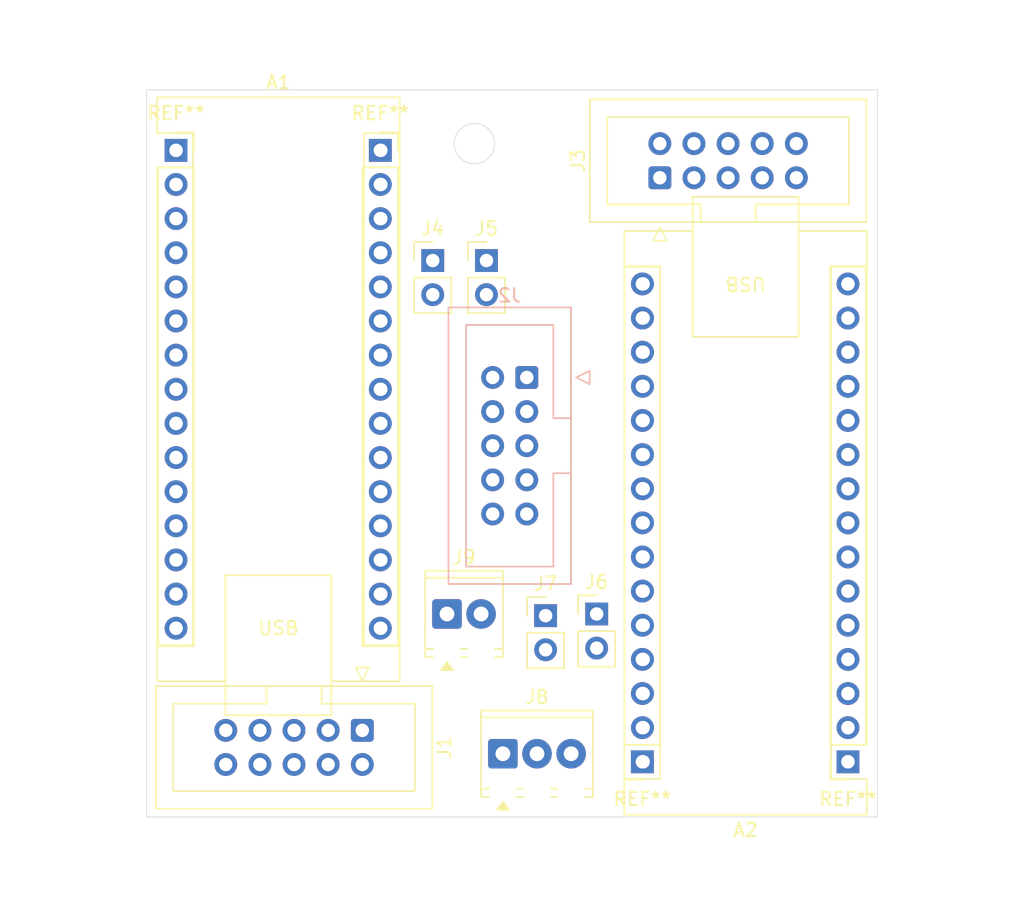
<source format=kicad_pcb>
(kicad_pcb (version 20241229) (generator "pcbnew") (generator_version "9.0")
  (layers (0 "F.Cu" signal) (2 "B.Cu" signal) (13 "F.Paste" user) (15 "B.Paste" user) (5 "F.SilkS" user "F.Silkscreen") (7 "B.SilkS" user "B.Silkscreen") (1 "F.Mask" user) (3 "B.Mask" user) (25 "Edge.Cuts" user))
  (net 0 "")
  (footprint "Module:Arduino_Nano" (layer "F.Cu") (at 202.2 24.5)
    (property "Reference" "A1" (at 7.62 -5.08 0) (layer "F.SilkS"))
    (property "Value" "Arduino_Nano_v3.x")
    (fp_line (start -1.4 -3.94) (end -1.4 -1.27) (stroke (width 0.12)) (layer "F.SilkS"))
    (fp_line (start -1.4 1.27) (end -1.4 39.5) (stroke (width 0.12)) (layer "F.SilkS"))
    (fp_line (start -1.4 39.5) (end 3.68 39.5) (stroke (width 0.12)) (layer "F.SilkS"))
    (fp_line (start 1.27 -1.27) (end -1.4 -1.27) (stroke (width 0.12)) (layer "F.SilkS"))
    (fp_line (start 1.27 1.27) (end -1.4 1.27) (stroke (width 0.12)) (layer "F.SilkS"))
    (fp_line (start 1.27 1.27) (end 1.27 -1.27) (stroke (width 0.12)) (layer "F.SilkS"))
    (fp_line (start 1.27 1.27) (end 1.27 36.83) (stroke (width 0.12)) (layer "F.SilkS"))
    (fp_line (start 1.27 36.83) (end -1.4 36.83) (stroke (width 0.12)) (layer "F.SilkS"))
    (fp_line (start 3.68 31.62) (end 11.56 31.62) (stroke (width 0.12)) (layer "F.SilkS"))
    (fp_line (start 3.68 42.04) (end 3.68 31.62) (stroke (width 0.12)) (layer "F.SilkS"))
    (fp_line (start 11.56 31.62) (end 11.56 42.04) (stroke (width 0.12)) (layer "F.SilkS"))
    (fp_line (start 11.56 42.04) (end 3.68 42.04) (stroke (width 0.12)) (layer "F.SilkS"))
    (fp_line (start 13.97 -1.27) (end 13.97 36.83) (stroke (width 0.12)) (layer "F.SilkS"))
    (fp_line (start 13.97 -1.27) (end 16.64 -1.27) (stroke (width 0.12)) (layer "F.SilkS"))
    (fp_line (start 13.97 36.83) (end 16.64 36.83) (stroke (width 0.12)) (layer "F.SilkS"))
    (fp_line (start 16.64 -3.94) (end -1.4 -3.94) (stroke (width 0.12)) (layer "F.SilkS"))
    (fp_line (start 16.64 39.5) (end 11.56 39.5) (stroke (width 0.12)) (layer "F.SilkS"))
    (fp_line (start 16.64 39.5) (end 16.64 -3.94) (stroke (width 0.12)) (layer "F.SilkS"))
    (fp_text user "USB" (at 7.62 35.56 0) (layer "F.SilkS"))
    (pad "1" thru_hole rect (at 0 0) (size 1.6 1.6) (drill 1) (layers "*.Cu" "*.Mask"))
    (pad "2" thru_hole oval (at 0 2.54) (size 1.6 1.6) (drill 1) (layers "*.Cu" "*.Mask"))
    (pad "3" thru_hole oval (at 0 5.08) (size 1.6 1.6) (drill 1) (layers "*.Cu" "*.Mask"))
    (pad "4" thru_hole oval (at 0 7.62) (size 1.6 1.6) (drill 1) (layers "*.Cu" "*.Mask"))
    (pad "5" thru_hole oval (at 0 10.16) (size 1.6 1.6) (drill 1) (layers "*.Cu" "*.Mask"))
    (pad "6" thru_hole oval (at 0 12.7) (size 1.6 1.6) (drill 1) (layers "*.Cu" "*.Mask"))
    (pad "7" thru_hole oval (at 0 15.24) (size 1.6 1.6) (drill 1) (layers "*.Cu" "*.Mask"))
    (pad "8" thru_hole oval (at 0 17.78) (size 1.6 1.6) (drill 1) (layers "*.Cu" "*.Mask"))
    (pad "9" thru_hole oval (at 0 20.32) (size 1.6 1.6) (drill 1) (layers "*.Cu" "*.Mask"))
    (pad "10" thru_hole oval (at 0 22.86) (size 1.6 1.6) (drill 1) (layers "*.Cu" "*.Mask"))
    (pad "11" thru_hole oval (at 0 25.4) (size 1.6 1.6) (drill 1) (layers "*.Cu" "*.Mask"))
    (pad "12" thru_hole oval (at 0 27.94) (size 1.6 1.6) (drill 1) (layers "*.Cu" "*.Mask"))
    (pad "13" thru_hole oval (at 0 30.48) (size 1.6 1.6) (drill 1) (layers "*.Cu" "*.Mask"))
    (pad "14" thru_hole oval (at 0 33.02) (size 1.6 1.6) (drill 1) (layers "*.Cu" "*.Mask"))
    (pad "15" thru_hole oval (at 0 35.56) (size 1.6 1.6) (drill 1) (layers "*.Cu" "*.Mask"))
    (pad "16" thru_hole oval (at 15.24 35.56) (size 1.6 1.6) (drill 1) (layers "*.Cu" "*.Mask"))
    (pad "17" thru_hole oval (at 15.24 33.02) (size 1.6 1.6) (drill 1) (layers "*.Cu" "*.Mask"))
    (pad "18" thru_hole oval (at 15.24 30.48) (size 1.6 1.6) (drill 1) (layers "*.Cu" "*.Mask"))
    (pad "19" thru_hole oval (at 15.24 27.94) (size 1.6 1.6) (drill 1) (layers "*.Cu" "*.Mask"))
    (pad "20" thru_hole oval (at 15.24 25.4) (size 1.6 1.6) (drill 1) (layers "*.Cu" "*.Mask"))
    (pad "21" thru_hole oval (at 15.24 22.86) (size 1.6 1.6) (drill 1) (layers "*.Cu" "*.Mask"))
    (pad "22" thru_hole oval (at 15.24 20.32) (size 1.6 1.6) (drill 1) (layers "*.Cu" "*.Mask"))
    (pad "23" thru_hole oval (at 15.24 17.78) (size 1.6 1.6) (drill 1) (layers "*.Cu" "*.Mask"))
    (pad "24" thru_hole oval (at 15.24 15.24) (size 1.6 1.6) (drill 1) (layers "*.Cu" "*.Mask"))
    (pad "25" thru_hole oval (at 15.24 12.7) (size 1.6 1.6) (drill 1) (layers "*.Cu" "*.Mask"))
    (pad "26" thru_hole oval (at 15.24 10.16) (size 1.6 1.6) (drill 1) (layers "*.Cu" "*.Mask"))
    (pad "27" thru_hole oval (at 15.24 7.62) (size 1.6 1.6) (drill 1) (layers "*.Cu" "*.Mask"))
    (pad "28" thru_hole oval (at 15.24 5.08) (size 1.6 1.6) (drill 1) (layers "*.Cu" "*.Mask"))
    (pad "29" thru_hole oval (at 15.24 2.54) (size 1.6 1.6) (drill 1) (layers "*.Cu" "*.Mask"))
    (pad "30" thru_hole oval (at 15.24 0) (size 1.6 1.6) (drill 1) (layers "*.Cu" "*.Mask"))
  )
  (footprint "Connector_PinHeader_2.54mm:PinHeader_1x02_P2.54mm_Vertical" (layer "F.Cu") (at 225.3 32.7)
    (property "Reference" "J5" (at 0 -2.38 0) (layer "F.SilkS"))
    (property "Value" "Conn_01x02_Pin")
    (fp_line (start -1.38 -1.38) (end 0 -1.38) (stroke (width 0.12)) (layer "F.SilkS"))
    (fp_line (start -1.38 0) (end -1.38 -1.38) (stroke (width 0.12)) (layer "F.SilkS"))
    (fp_line (start -1.38 1.27) (end -1.38 3.92) (stroke (width 0.12)) (layer "F.SilkS"))
    (fp_line (start -1.38 1.27) (end 1.38 1.27) (stroke (width 0.12)) (layer "F.SilkS"))
    (fp_line (start -1.38 3.92) (end 1.38 3.92) (stroke (width 0.12)) (layer "F.SilkS"))
    (fp_line (start 1.38 1.27) (end 1.38 3.92) (stroke (width 0.12)) (layer "F.SilkS"))
    (pad "1" thru_hole rect (at 0 0) (size 1.7 1.7) (drill 1) (layers "*.Cu" "*.Mask"))
    (pad "2" thru_hole circle (at 0 2.54) (size 1.7 1.7) (drill 1) (layers "*.Cu" "*.Mask"))
  )
  (footprint "Connector_PinSocket_2.54mm:PinSocket_1x15_P2.54mm_Vertical" (layer "F.Cu") (at 252.2 70 180)
    (property "Reference" "REF**" (at 0 -2.77 0) (layer "F.SilkS"))
    (property "Value" "PinSocket_1x15_P2.54mm_Vertical")
    (fp_line (start 1.33 1.27) (end 1.33 36.89) (stroke (width 0.12)) (layer "F.SilkS"))
    (fp_line (start 1.33 -1.33) (end 1.33 0) (stroke (width 0.12)) (layer "F.SilkS"))
    (fp_line (start 0 -1.33) (end 1.33 -1.33) (stroke (width 0.12)) (layer "F.SilkS"))
    (fp_line (start -1.33 36.89) (end 1.33 36.89) (stroke (width 0.12)) (layer "F.SilkS"))
    (fp_line (start -1.33 1.27) (end 1.33 1.27) (stroke (width 0.12)) (layer "F.SilkS"))
    (fp_line (start -1.33 1.27) (end -1.33 36.89) (stroke (width 0.12)) (layer "F.SilkS"))
    (pad "1" thru_hole rect (at 0 0 180) (size 1.7 1.7) (drill 1) (layers "*.Cu" "*.Mask"))
    (pad "2" thru_hole circle (at 0 2.54 180) (size 1.7 1.7) (drill 1) (layers "*.Cu" "*.Mask"))
    (pad "3" thru_hole circle (at 0 5.08 180) (size 1.7 1.7) (drill 1) (layers "*.Cu" "*.Mask"))
    (pad "4" thru_hole circle (at 0 7.62 180) (size 1.7 1.7) (drill 1) (layers "*.Cu" "*.Mask"))
    (pad "5" thru_hole circle (at 0 10.16 180) (size 1.7 1.7) (drill 1) (layers "*.Cu" "*.Mask"))
    (pad "6" thru_hole circle (at 0 12.7 180) (size 1.7 1.7) (drill 1) (layers "*.Cu" "*.Mask"))
    (pad "7" thru_hole circle (at 0 15.24 180) (size 1.7 1.7) (drill 1) (layers "*.Cu" "*.Mask"))
    (pad "8" thru_hole circle (at 0 17.78 180) (size 1.7 1.7) (drill 1) (layers "*.Cu" "*.Mask"))
    (pad "9" thru_hole circle (at 0 20.32 180) (size 1.7 1.7) (drill 1) (layers "*.Cu" "*.Mask"))
    (pad "10" thru_hole circle (at 0 22.86 180) (size 1.7 1.7) (drill 1) (layers "*.Cu" "*.Mask"))
    (pad "11" thru_hole circle (at 0 25.4 180) (size 1.7 1.7) (drill 1) (layers "*.Cu" "*.Mask"))
    (pad "12" thru_hole circle (at 0 27.94 180) (size 1.7 1.7) (drill 1) (layers "*.Cu" "*.Mask"))
    (pad "13" thru_hole circle (at 0 30.48 180) (size 1.7 1.7) (drill 1) (layers "*.Cu" "*.Mask"))
    (pad "14" thru_hole circle (at 0 33.02 180) (size 1.7 1.7) (drill 1) (layers "*.Cu" "*.Mask"))
    (pad "15" thru_hole circle (at 0 35.56 180) (size 1.7 1.7) (drill 1) (layers "*.Cu" "*.Mask"))
  )
  (footprint "TerminalBlock_Phoenix:TerminalBlock_Phoenix_MPT-0,5-2-2.54_1x02_P2.54mm_Horizontal" (layer "F.Cu") (at 222.36 59)
    (property "Reference" "J9" (at 1.27 -4.22 0) (layer "F.SilkS"))
    (property "Value" "Screw_Terminal_01x02")
    (fp_line (start -1.62 -3.22) (end -1.62 3.22) (stroke (width 0.12)) (layer "F.SilkS"))
    (fp_line (start -1.62 -3.22) (end 4.16 -3.22) (stroke (width 0.12)) (layer "F.SilkS"))
    (fp_line (start -1.62 -2.7) (end 4.16 -2.7) (stroke (width 0.12)) (layer "F.SilkS"))
    (fp_line (start -1.62 2.6) (end -1.03 2.6) (stroke (width 0.12)) (layer "F.SilkS"))
    (fp_line (start -1.62 3.22) (end -1.03 3.22) (stroke (width 0.12)) (layer "F.SilkS"))
    (fp_line (start 1.03 2.6) (end 1.51 2.6) (stroke (width 0.12)) (layer "F.SilkS"))
    (fp_line (start 1.03 3.22) (end 1.51 3.22) (stroke (width 0.12)) (layer "F.SilkS"))
    (fp_line (start 3.57 2.6) (end 4.16 2.6) (stroke (width 0.12)) (layer "F.SilkS"))
    (fp_line (start 3.57 3.22) (end 4.16 3.22) (stroke (width 0.12)) (layer "F.SilkS"))
    (fp_line (start 4.16 -3.22) (end 4.16 3.22) (stroke (width 0.12)) (layer "F.SilkS"))
    (fp_poly (pts (xy 0 3.57) (xy 0.44 4.18) (xy -0.44 4.18)) (stroke (width 0.12)) (fill yes) (layer "F.SilkS"))
    (pad "" np_thru_hole circle (at 0 2.54) (size 1.1 1.1) (drill 1.1) (layers "*.Cu" "*.Mask"))
    (pad "" np_thru_hole circle (at 2.54 2.54) (size 1.1 1.1) (drill 1.1) (layers "*.Cu" "*.Mask"))
    (pad "1" thru_hole roundrect (at 0 0) (size 2.2 2.2) (drill 1.1) (layers "*.Cu" "*.Mask") (roundrect_rratio 0.113636))
    (pad "2" thru_hole circle (at 2.54 0) (size 2.2 2.2) (drill 1.1) (layers "*.Cu" "*.Mask"))
  )
  (footprint "Connector_PinSocket_2.54mm:PinSocket_1x15_P2.54mm_Vertical" (layer "F.Cu") (at 202.2 24.5)
    (property "Reference" "REF**" (at 0 -2.77 0) (layer "F.SilkS"))
    (property "Value" "PinSocket_1x15_P2.54mm_Vertical")
    (fp_line (start -1.33 1.27) (end -1.33 36.89) (stroke (width 0.12)) (layer "F.SilkS"))
    (fp_line (start -1.33 1.27) (end 1.33 1.27) (stroke (width 0.12)) (layer "F.SilkS"))
    (fp_line (start -1.33 36.89) (end 1.33 36.89) (stroke (width 0.12)) (layer "F.SilkS"))
    (fp_line (start 0 -1.33) (end 1.33 -1.33) (stroke (width 0.12)) (layer "F.SilkS"))
    (fp_line (start 1.33 -1.33) (end 1.33 0) (stroke (width 0.12)) (layer "F.SilkS"))
    (fp_line (start 1.33 1.27) (end 1.33 36.89) (stroke (width 0.12)) (layer "F.SilkS"))
    (pad "1" thru_hole rect (at 0 0) (size 1.7 1.7) (drill 1) (layers "*.Cu" "*.Mask"))
    (pad "2" thru_hole circle (at 0 2.54) (size 1.7 1.7) (drill 1) (layers "*.Cu" "*.Mask"))
    (pad "3" thru_hole circle (at 0 5.08) (size 1.7 1.7) (drill 1) (layers "*.Cu" "*.Mask"))
    (pad "4" thru_hole circle (at 0 7.62) (size 1.7 1.7) (drill 1) (layers "*.Cu" "*.Mask"))
    (pad "5" thru_hole circle (at 0 10.16) (size 1.7 1.7) (drill 1) (layers "*.Cu" "*.Mask"))
    (pad "6" thru_hole circle (at 0 12.7) (size 1.7 1.7) (drill 1) (layers "*.Cu" "*.Mask"))
    (pad "7" thru_hole circle (at 0 15.24) (size 1.7 1.7) (drill 1) (layers "*.Cu" "*.Mask"))
    (pad "8" thru_hole circle (at 0 17.78) (size 1.7 1.7) (drill 1) (layers "*.Cu" "*.Mask"))
    (pad "9" thru_hole circle (at 0 20.32) (size 1.7 1.7) (drill 1) (layers "*.Cu" "*.Mask"))
    (pad "10" thru_hole circle (at 0 22.86) (size 1.7 1.7) (drill 1) (layers "*.Cu" "*.Mask"))
    (pad "11" thru_hole circle (at 0 25.4) (size 1.7 1.7) (drill 1) (layers "*.Cu" "*.Mask"))
    (pad "12" thru_hole circle (at 0 27.94) (size 1.7 1.7) (drill 1) (layers "*.Cu" "*.Mask"))
    (pad "13" thru_hole circle (at 0 30.48) (size 1.7 1.7) (drill 1) (layers "*.Cu" "*.Mask"))
    (pad "14" thru_hole circle (at 0 33.02) (size 1.7 1.7) (drill 1) (layers "*.Cu" "*.Mask"))
    (pad "15" thru_hole circle (at 0 35.56) (size 1.7 1.7) (drill 1) (layers "*.Cu" "*.Mask"))
  )
  (footprint "TerminalBlock_Phoenix:TerminalBlock_Phoenix_MPT-0,5-3-2.54_1x03_P2.54mm_Horizontal" (layer "F.Cu") (at 226.52 69.4)
    (property "Reference" "J8" (at 2.54 -4.22 0) (layer "F.SilkS"))
    (property "Value" "Screw_Terminal_01x03")
    (fp_line (start -1.62 -3.22) (end -1.62 3.22) (stroke (width 0.12)) (layer "F.SilkS"))
    (fp_line (start -1.62 -3.22) (end 6.7 -3.22) (stroke (width 0.12)) (layer "F.SilkS"))
    (fp_line (start -1.62 -2.7) (end 6.7 -2.7) (stroke (width 0.12)) (layer "F.SilkS"))
    (fp_line (start -1.62 2.6) (end -1.03 2.6) (stroke (width 0.12)) (layer "F.SilkS"))
    (fp_line (start -1.62 3.22) (end -1.03 3.22) (stroke (width 0.12)) (layer "F.SilkS"))
    (fp_line (start 1.03 2.6) (end 1.51 2.6) (stroke (width 0.12)) (layer "F.SilkS"))
    (fp_line (start 1.03 3.22) (end 1.51 3.22) (stroke (width 0.12)) (layer "F.SilkS"))
    (fp_line (start 3.57 2.6) (end 4.05 2.6) (stroke (width 0.12)) (layer "F.SilkS"))
    (fp_line (start 3.57 3.22) (end 4.05 3.22) (stroke (width 0.12)) (layer "F.SilkS"))
    (fp_line (start 6.11 2.6) (end 6.7 2.6) (stroke (width 0.12)) (layer "F.SilkS"))
    (fp_line (start 6.11 3.22) (end 6.7 3.22) (stroke (width 0.12)) (layer "F.SilkS"))
    (fp_line (start 6.7 -3.22) (end 6.7 3.22) (stroke (width 0.12)) (layer "F.SilkS"))
    (fp_poly (pts (xy 0 3.57) (xy 0.44 4.18) (xy -0.44 4.18)) (stroke (width 0.12)) (fill yes) (layer "F.SilkS"))
    (pad "" np_thru_hole circle (at 0 2.54) (size 1.1 1.1) (drill 1.1) (layers "*.Cu" "*.Mask"))
    (pad "" np_thru_hole circle (at 2.54 2.54) (size 1.1 1.1) (drill 1.1) (layers "*.Cu" "*.Mask"))
    (pad "" np_thru_hole circle (at 5.08 2.54) (size 1.1 1.1) (drill 1.1) (layers "*.Cu" "*.Mask"))
    (pad "1" thru_hole roundrect (at 0 0) (size 2.2 2.2) (drill 1.1) (layers "*.Cu" "*.Mask") (roundrect_rratio 0.113636))
    (pad "2" thru_hole circle (at 2.54 0) (size 2.2 2.2) (drill 1.1) (layers "*.Cu" "*.Mask"))
    (pad "3" thru_hole circle (at 5.08 0) (size 2.2 2.2) (drill 1.1) (layers "*.Cu" "*.Mask"))
  )
  (footprint "Connector_IDC:IDC-Header_2x05_P2.54mm_Vertical" (layer "F.Cu") (at 238.2 26.54 90)
    (property "Reference" "J3" (at 1.27 -6.1 90) (layer "F.SilkS"))
    (property "Value" "Conn_02x05_Counter_Clockwise")
    (fp_line (start 5.83 -5.21) (end 5.83 15.37) (stroke (width 0.12)) (layer "F.SilkS"))
    (fp_line (start -3.29 -5.21) (end 5.83 -5.21) (stroke (width 0.12)) (layer "F.SilkS"))
    (fp_line (start 4.52 -3.91) (end 4.52 14.07) (stroke (width 0.12)) (layer "F.SilkS"))
    (fp_line (start -1.98 -3.91) (end 4.52 -3.91) (stroke (width 0.12)) (layer "F.SilkS"))
    (fp_line (start -4.68 -0.5) (end -4.68 0.5) (stroke (width 0.12)) (layer "F.SilkS"))
    (fp_line (start -3.68 0) (end -4.68 -0.5) (stroke (width 0.12)) (layer "F.SilkS"))
    (fp_line (start -4.68 0.5) (end -3.68 0) (stroke (width 0.12)) (layer "F.SilkS"))
    (fp_line (start -1.98 3.03) (end -1.98 -3.91) (stroke (width 0.12)) (layer "F.SilkS"))
    (fp_line (start -3.29 3.03) (end -1.98 3.03) (stroke (width 0.12)) (layer "F.SilkS"))
    (fp_line (start -1.98 7.13) (end -1.98 7.13) (stroke (width 0.12)) (layer "F.SilkS"))
    (fp_line (start -1.98 7.13) (end -3.29 7.13) (stroke (width 0.12)) (layer "F.SilkS"))
    (fp_line (start 4.52 14.07) (end -1.98 14.07) (stroke (width 0.12)) (layer "F.SilkS"))
    (fp_line (start -1.98 14.07) (end -1.98 7.13) (stroke (width 0.12)) (layer "F.SilkS"))
    (fp_line (start 5.83 15.37) (end -3.29 15.37) (stroke (width 0.12)) (layer "F.SilkS"))
    (fp_line (start -3.29 15.37) (end -3.29 -5.21) (stroke (width 0.12)) (layer "F.SilkS"))
    (pad "1" thru_hole roundrect (at 0 0 90) (size 1.7 1.7) (drill 1) (layers "*.Cu" "*.Mask") (roundrect_rratio 0.147059))
    (pad "2" thru_hole circle (at 2.54 0 90) (size 1.7 1.7) (drill 1) (layers "*.Cu" "*.Mask"))
    (pad "3" thru_hole circle (at 0 2.54 90) (size 1.7 1.7) (drill 1) (layers "*.Cu" "*.Mask"))
    (pad "4" thru_hole circle (at 2.54 2.54 90) (size 1.7 1.7) (drill 1) (layers "*.Cu" "*.Mask"))
    (pad "5" thru_hole circle (at 0 5.08 90) (size 1.7 1.7) (drill 1) (layers "*.Cu" "*.Mask"))
    (pad "6" thru_hole circle (at 2.54 5.08 90) (size 1.7 1.7) (drill 1) (layers "*.Cu" "*.Mask"))
    (pad "7" thru_hole circle (at 0 7.62 90) (size 1.7 1.7) (drill 1) (layers "*.Cu" "*.Mask"))
    (pad "8" thru_hole circle (at 2.54 7.62 90) (size 1.7 1.7) (drill 1) (layers "*.Cu" "*.Mask"))
    (pad "9" thru_hole circle (at 0 10.16 90) (size 1.7 1.7) (drill 1) (layers "*.Cu" "*.Mask"))
    (pad "10" thru_hole circle (at 2.54 10.16 90) (size 1.7 1.7) (drill 1) (layers "*.Cu" "*.Mask"))
  )
  (footprint "Connector_PinHeader_2.54mm:PinHeader_1x02_P2.54mm_Vertical" (layer "F.Cu") (at 229.7 59.125)
    (property "Reference" "J7" (at 0 -2.38 0) (layer "F.SilkS"))
    (property "Value" "Conn_01x02_Pin")
    (fp_line (start -1.38 -1.38) (end 0 -1.38) (stroke (width 0.12)) (layer "F.SilkS"))
    (fp_line (start -1.38 0) (end -1.38 -1.38) (stroke (width 0.12)) (layer "F.SilkS"))
    (fp_line (start -1.38 1.27) (end -1.38 3.92) (stroke (width 0.12)) (layer "F.SilkS"))
    (fp_line (start -1.38 1.27) (end 1.38 1.27) (stroke (width 0.12)) (layer "F.SilkS"))
    (fp_line (start -1.38 3.92) (end 1.38 3.92) (stroke (width 0.12)) (layer "F.SilkS"))
    (fp_line (start 1.38 1.27) (end 1.38 3.92) (stroke (width 0.12)) (layer "F.SilkS"))
    (pad "1" thru_hole rect (at 0 0) (size 1.7 1.7) (drill 1) (layers "*.Cu" "*.Mask"))
    (pad "2" thru_hole circle (at 0 2.54) (size 1.7 1.7) (drill 1) (layers "*.Cu" "*.Mask"))
  )
  (footprint "Connector_PinSocket_2.54mm:PinSocket_1x15_P2.54mm_Vertical" (layer "F.Cu") (at 217.4 24.5)
    (property "Reference" "REF**" (at 0 -2.77 0) (layer "F.SilkS"))
    (property "Value" "PinSocket_1x15_P2.54mm_Vertical")
    (fp_line (start -1.33 1.27) (end -1.33 36.89) (stroke (width 0.12)) (layer "F.SilkS"))
    (fp_line (start -1.33 1.27) (end 1.33 1.27) (stroke (width 0.12)) (layer "F.SilkS"))
    (fp_line (start -1.33 36.89) (end 1.33 36.89) (stroke (width 0.12)) (layer "F.SilkS"))
    (fp_line (start 0 -1.33) (end 1.33 -1.33) (stroke (width 0.12)) (layer "F.SilkS"))
    (fp_line (start 1.33 -1.33) (end 1.33 0) (stroke (width 0.12)) (layer "F.SilkS"))
    (fp_line (start 1.33 1.27) (end 1.33 36.89) (stroke (width 0.12)) (layer "F.SilkS"))
    (pad "1" thru_hole rect (at 0 0) (size 1.7 1.7) (drill 1) (layers "*.Cu" "*.Mask"))
    (pad "2" thru_hole circle (at 0 2.54) (size 1.7 1.7) (drill 1) (layers "*.Cu" "*.Mask"))
    (pad "3" thru_hole circle (at 0 5.08) (size 1.7 1.7) (drill 1) (layers "*.Cu" "*.Mask"))
    (pad "4" thru_hole circle (at 0 7.62) (size 1.7 1.7) (drill 1) (layers "*.Cu" "*.Mask"))
    (pad "5" thru_hole circle (at 0 10.16) (size 1.7 1.7) (drill 1) (layers "*.Cu" "*.Mask"))
    (pad "6" thru_hole circle (at 0 12.7) (size 1.7 1.7) (drill 1) (layers "*.Cu" "*.Mask"))
    (pad "7" thru_hole circle (at 0 15.24) (size 1.7 1.7) (drill 1) (layers "*.Cu" "*.Mask"))
    (pad "8" thru_hole circle (at 0 17.78) (size 1.7 1.7) (drill 1) (layers "*.Cu" "*.Mask"))
    (pad "9" thru_hole circle (at 0 20.32) (size 1.7 1.7) (drill 1) (layers "*.Cu" "*.Mask"))
    (pad "10" thru_hole circle (at 0 22.86) (size 1.7 1.7) (drill 1) (layers "*.Cu" "*.Mask"))
    (pad "11" thru_hole circle (at 0 25.4) (size 1.7 1.7) (drill 1) (layers "*.Cu" "*.Mask"))
    (pad "12" thru_hole circle (at 0 27.94) (size 1.7 1.7) (drill 1) (layers "*.Cu" "*.Mask"))
    (pad "13" thru_hole circle (at 0 30.48) (size 1.7 1.7) (drill 1) (layers "*.Cu" "*.Mask"))
    (pad "14" thru_hole circle (at 0 33.02) (size 1.7 1.7) (drill 1) (layers "*.Cu" "*.Mask"))
    (pad "15" thru_hole circle (at 0 35.56) (size 1.7 1.7) (drill 1) (layers "*.Cu" "*.Mask"))
  )
  (footprint "Connector_PinHeader_2.54mm:PinHeader_1x02_P2.54mm_Vertical" (layer "F.Cu") (at 221.3 32.7)
    (property "Reference" "J4" (at 0 -2.38 0) (layer "F.SilkS"))
    (property "Value" "Conn_01x02_Pin")
    (fp_line (start -1.38 -1.38) (end 0 -1.38) (stroke (width 0.12)) (layer "F.SilkS"))
    (fp_line (start -1.38 0) (end -1.38 -1.38) (stroke (width 0.12)) (layer "F.SilkS"))
    (fp_line (start -1.38 1.27) (end -1.38 3.92) (stroke (width 0.12)) (layer "F.SilkS"))
    (fp_line (start -1.38 1.27) (end 1.38 1.27) (stroke (width 0.12)) (layer "F.SilkS"))
    (fp_line (start -1.38 3.92) (end 1.38 3.92) (stroke (width 0.12)) (layer "F.SilkS"))
    (fp_line (start 1.38 1.27) (end 1.38 3.92) (stroke (width 0.12)) (layer "F.SilkS"))
    (pad "1" thru_hole rect (at 0 0) (size 1.7 1.7) (drill 1) (layers "*.Cu" "*.Mask"))
    (pad "2" thru_hole circle (at 0 2.54) (size 1.7 1.7) (drill 1) (layers "*.Cu" "*.Mask"))
  )
  (footprint "Connector_PinSocket_2.54mm:PinSocket_1x15_P2.54mm_Vertical" (layer "F.Cu") (at 236.9 70 180)
    (property "Reference" "REF**" (at 0 -2.77 0) (layer "F.SilkS"))
    (property "Value" "PinSocket_1x15_P2.54mm_Vertical")
    (fp_line (start 1.33 1.27) (end 1.33 36.89) (stroke (width 0.12)) (layer "F.SilkS"))
    (fp_line (start 1.33 -1.33) (end 1.33 0) (stroke (width 0.12)) (layer "F.SilkS"))
    (fp_line (start 0 -1.33) (end 1.33 -1.33) (stroke (width 0.12)) (layer "F.SilkS"))
    (fp_line (start -1.33 36.89) (end 1.33 36.89) (stroke (width 0.12)) (layer "F.SilkS"))
    (fp_line (start -1.33 1.27) (end 1.33 1.27) (stroke (width 0.12)) (layer "F.SilkS"))
    (fp_line (start -1.33 1.27) (end -1.33 36.89) (stroke (width 0.12)) (layer "F.SilkS"))
    (pad "1" thru_hole rect (at 0 0 180) (size 1.7 1.7) (drill 1) (layers "*.Cu" "*.Mask"))
    (pad "2" thru_hole circle (at 0 2.54 180) (size 1.7 1.7) (drill 1) (layers "*.Cu" "*.Mask"))
    (pad "3" thru_hole circle (at 0 5.08 180) (size 1.7 1.7) (drill 1) (layers "*.Cu" "*.Mask"))
    (pad "4" thru_hole circle (at 0 7.62 180) (size 1.7 1.7) (drill 1) (layers "*.Cu" "*.Mask"))
    (pad "5" thru_hole circle (at 0 10.16 180) (size 1.7 1.7) (drill 1) (layers "*.Cu" "*.Mask"))
    (pad "6" thru_hole circle (at 0 12.7 180) (size 1.7 1.7) (drill 1) (layers "*.Cu" "*.Mask"))
    (pad "7" thru_hole circle (at 0 15.24 180) (size 1.7 1.7) (drill 1) (layers "*.Cu" "*.Mask"))
    (pad "8" thru_hole circle (at 0 17.78 180) (size 1.7 1.7) (drill 1) (layers "*.Cu" "*.Mask"))
    (pad "9" thru_hole circle (at 0 20.32 180) (size 1.7 1.7) (drill 1) (layers "*.Cu" "*.Mask"))
    (pad "10" thru_hole circle (at 0 22.86 180) (size 1.7 1.7) (drill 1) (layers "*.Cu" "*.Mask"))
    (pad "11" thru_hole circle (at 0 25.4 180) (size 1.7 1.7) (drill 1) (layers "*.Cu" "*.Mask"))
    (pad "12" thru_hole circle (at 0 27.94 180) (size 1.7 1.7) (drill 1) (layers "*.Cu" "*.Mask"))
    (pad "13" thru_hole circle (at 0 30.48 180) (size 1.7 1.7) (drill 1) (layers "*.Cu" "*.Mask"))
    (pad "14" thru_hole circle (at 0 33.02 180) (size 1.7 1.7) (drill 1) (layers "*.Cu" "*.Mask"))
    (pad "15" thru_hole circle (at 0 35.56 180) (size 1.7 1.7) (drill 1) (layers "*.Cu" "*.Mask"))
  )
  (footprint "Connector_PinHeader_2.54mm:PinHeader_1x02_P2.54mm_Vertical" (layer "F.Cu") (at 233.5 59)
    (property "Reference" "J6" (at 0 -2.38 0) (layer "F.SilkS"))
    (property "Value" "Conn_01x02_Pin")
    (fp_line (start -1.38 -1.38) (end 0 -1.38) (stroke (width 0.12)) (layer "F.SilkS"))
    (fp_line (start -1.38 0) (end -1.38 -1.38) (stroke (width 0.12)) (layer "F.SilkS"))
    (fp_line (start -1.38 1.27) (end -1.38 3.92) (stroke (width 0.12)) (layer "F.SilkS"))
    (fp_line (start -1.38 1.27) (end 1.38 1.27) (stroke (width 0.12)) (layer "F.SilkS"))
    (fp_line (start -1.38 3.92) (end 1.38 3.92) (stroke (width 0.12)) (layer "F.SilkS"))
    (fp_line (start 1.38 1.27) (end 1.38 3.92) (stroke (width 0.12)) (layer "F.SilkS"))
    (pad "1" thru_hole rect (at 0 0) (size 1.7 1.7) (drill 1) (layers "*.Cu" "*.Mask"))
    (pad "2" thru_hole circle (at 0 2.54) (size 1.7 1.7) (drill 1) (layers "*.Cu" "*.Mask"))
  )
  (footprint "Connector_IDC:IDC-Header_2x05_P2.54mm_Vertical" (layer "F.Cu") (at 216.06 67.66 -90)
    (property "Reference" "J1" (at 1.27 -6.1 90) (layer "F.SilkS"))
    (property "Value" "Conn_02x05_Counter_Clockwise")
    (fp_line (start -3.29 15.37) (end -3.29 -5.21) (stroke (width 0.12)) (layer "F.SilkS"))
    (fp_line (start 5.83 15.37) (end -3.29 15.37) (stroke (width 0.12)) (layer "F.SilkS"))
    (fp_line (start -1.98 14.07) (end -1.98 7.13) (stroke (width 0.12)) (layer "F.SilkS"))
    (fp_line (start 4.52 14.07) (end -1.98 14.07) (stroke (width 0.12)) (layer "F.SilkS"))
    (fp_line (start -1.98 7.13) (end -3.29 7.13) (stroke (width 0.12)) (layer "F.SilkS"))
    (fp_line (start -1.98 7.13) (end -1.98 7.13) (stroke (width 0.12)) (layer "F.SilkS"))
    (fp_line (start -3.29 3.03) (end -1.98 3.03) (stroke (width 0.12)) (layer "F.SilkS"))
    (fp_line (start -1.98 3.03) (end -1.98 -3.91) (stroke (width 0.12)) (layer "F.SilkS"))
    (fp_line (start -4.68 0.5) (end -3.68 0) (stroke (width 0.12)) (layer "F.SilkS"))
    (fp_line (start -3.68 0) (end -4.68 -0.5) (stroke (width 0.12)) (layer "F.SilkS"))
    (fp_line (start -4.68 -0.5) (end -4.68 0.5) (stroke (width 0.12)) (layer "F.SilkS"))
    (fp_line (start -1.98 -3.91) (end 4.52 -3.91) (stroke (width 0.12)) (layer "F.SilkS"))
    (fp_line (start 4.52 -3.91) (end 4.52 14.07) (stroke (width 0.12)) (layer "F.SilkS"))
    (fp_line (start -3.29 -5.21) (end 5.83 -5.21) (stroke (width 0.12)) (layer "F.SilkS"))
    (fp_line (start 5.83 -5.21) (end 5.83 15.37) (stroke (width 0.12)) (layer "F.SilkS"))
    (pad "1" thru_hole roundrect (at 0 0 270) (size 1.7 1.7) (drill 1) (layers "*.Cu" "*.Mask") (roundrect_rratio 0.147059))
    (pad "2" thru_hole circle (at 2.54 0 270) (size 1.7 1.7) (drill 1) (layers "*.Cu" "*.Mask"))
    (pad "3" thru_hole circle (at 0 2.54 270) (size 1.7 1.7) (drill 1) (layers "*.Cu" "*.Mask"))
    (pad "4" thru_hole circle (at 2.54 2.54 270) (size 1.7 1.7) (drill 1) (layers "*.Cu" "*.Mask"))
    (pad "5" thru_hole circle (at 0 5.08 270) (size 1.7 1.7) (drill 1) (layers "*.Cu" "*.Mask"))
    (pad "6" thru_hole circle (at 2.54 5.08 270) (size 1.7 1.7) (drill 1) (layers "*.Cu" "*.Mask"))
    (pad "7" thru_hole circle (at 0 7.62 270) (size 1.7 1.7) (drill 1) (layers "*.Cu" "*.Mask"))
    (pad "8" thru_hole circle (at 2.54 7.62 270) (size 1.7 1.7) (drill 1) (layers "*.Cu" "*.Mask"))
    (pad "9" thru_hole circle (at 0 10.16 270) (size 1.7 1.7) (drill 1) (layers "*.Cu" "*.Mask"))
    (pad "10" thru_hole circle (at 2.54 10.16 270) (size 1.7 1.7) (drill 1) (layers "*.Cu" "*.Mask"))
  )
  (footprint "Module:Arduino_Nano" (layer "F.Cu") (at 252.2 70 180)
    (property "Reference" "A2" (at 7.62 -5.08 0) (layer "F.SilkS"))
    (property "Value" "Arduino_Nano_v3.x")
    (fp_line (start 16.64 39.5) (end 16.64 -3.94) (stroke (width 0.12)) (layer "F.SilkS"))
    (fp_line (start 16.64 39.5) (end 11.56 39.5) (stroke (width 0.12)) (layer "F.SilkS"))
    (fp_line (start 16.64 -3.94) (end -1.4 -3.94) (stroke (width 0.12)) (layer "F.SilkS"))
    (fp_line (start 13.97 36.83) (end 16.64 36.83) (stroke (width 0.12)) (layer "F.SilkS"))
    (fp_line (start 13.97 -1.27) (end 16.64 -1.27) (stroke (width 0.12)) (layer "F.SilkS"))
    (fp_line (start 13.97 -1.27) (end 13.97 36.83) (stroke (width 0.12)) (layer "F.SilkS"))
    (fp_line (start 11.56 42.04) (end 3.68 42.04) (stroke (width 0.12)) (layer "F.SilkS"))
    (fp_line (start 11.56 31.62) (end 11.56 42.04) (stroke (width 0.12)) (layer "F.SilkS"))
    (fp_line (start 3.68 42.04) (end 3.68 31.62) (stroke (width 0.12)) (layer "F.SilkS"))
    (fp_line (start 3.68 31.62) (end 11.56 31.62) (stroke (width 0.12)) (layer "F.SilkS"))
    (fp_line (start 1.27 36.83) (end -1.4 36.83) (stroke (width 0.12)) (layer "F.SilkS"))
    (fp_line (start 1.27 1.27) (end 1.27 36.83) (stroke (width 0.12)) (layer "F.SilkS"))
    (fp_line (start 1.27 1.27) (end 1.27 -1.27) (stroke (width 0.12)) (layer "F.SilkS"))
    (fp_line (start 1.27 1.27) (end -1.4 1.27) (stroke (width 0.12)) (layer "F.SilkS"))
    (fp_line (start 1.27 -1.27) (end -1.4 -1.27) (stroke (width 0.12)) (layer "F.SilkS"))
    (fp_line (start -1.4 39.5) (end 3.68 39.5) (stroke (width 0.12)) (layer "F.SilkS"))
    (fp_line (start -1.4 1.27) (end -1.4 39.5) (stroke (width 0.12)) (layer "F.SilkS"))
    (fp_line (start -1.4 -3.94) (end -1.4 -1.27) (stroke (width 0.12)) (layer "F.SilkS"))
    (fp_text user "USB" (at 7.62 35.56 180) (layer "F.SilkS"))
    (pad "1" thru_hole rect (at 0 0 180) (size 1.6 1.6) (drill 1) (layers "*.Cu" "*.Mask"))
    (pad "2" thru_hole oval (at 0 2.54 180) (size 1.6 1.6) (drill 1) (layers "*.Cu" "*.Mask"))
    (pad "3" thru_hole oval (at 0 5.08 180) (size 1.6 1.6) (drill 1) (layers "*.Cu" "*.Mask"))
    (pad "4" thru_hole oval (at 0 7.62 180) (size 1.6 1.6) (drill 1) (layers "*.Cu" "*.Mask"))
    (pad "5" thru_hole oval (at 0 10.16 180) (size 1.6 1.6) (drill 1) (layers "*.Cu" "*.Mask"))
    (pad "6" thru_hole oval (at 0 12.7 180) (size 1.6 1.6) (drill 1) (layers "*.Cu" "*.Mask"))
    (pad "7" thru_hole oval (at 0 15.24 180) (size 1.6 1.6) (drill 1) (layers "*.Cu" "*.Mask"))
    (pad "8" thru_hole oval (at 0 17.78 180) (size 1.6 1.6) (drill 1) (layers "*.Cu" "*.Mask"))
    (pad "9" thru_hole oval (at 0 20.32 180) (size 1.6 1.6) (drill 1) (layers "*.Cu" "*.Mask"))
    (pad "10" thru_hole oval (at 0 22.86 180) (size 1.6 1.6) (drill 1) (layers "*.Cu" "*.Mask"))
    (pad "11" thru_hole oval (at 0 25.4 180) (size 1.6 1.6) (drill 1) (layers "*.Cu" "*.Mask"))
    (pad "12" thru_hole oval (at 0 27.94 180) (size 1.6 1.6) (drill 1) (layers "*.Cu" "*.Mask"))
    (pad "13" thru_hole oval (at 0 30.48 180) (size 1.6 1.6) (drill 1) (layers "*.Cu" "*.Mask"))
    (pad "14" thru_hole oval (at 0 33.02 180) (size 1.6 1.6) (drill 1) (layers "*.Cu" "*.Mask"))
    (pad "15" thru_hole oval (at 0 35.56 180) (size 1.6 1.6) (drill 1) (layers "*.Cu" "*.Mask"))
    (pad "16" thru_hole oval (at 15.24 35.56 180) (size 1.6 1.6) (drill 1) (layers "*.Cu" "*.Mask"))
    (pad "17" thru_hole oval (at 15.24 33.02 180) (size 1.6 1.6) (drill 1) (layers "*.Cu" "*.Mask"))
    (pad "18" thru_hole oval (at 15.24 30.48 180) (size 1.6 1.6) (drill 1) (layers "*.Cu" "*.Mask"))
    (pad "19" thru_hole oval (at 15.24 27.94 180) (size 1.6 1.6) (drill 1) (layers "*.Cu" "*.Mask"))
    (pad "20" thru_hole oval (at 15.24 25.4 180) (size 1.6 1.6) (drill 1) (layers "*.Cu" "*.Mask"))
    (pad "21" thru_hole oval (at 15.24 22.86 180) (size 1.6 1.6) (drill 1) (layers "*.Cu" "*.Mask"))
    (pad "22" thru_hole oval (at 15.24 20.32 180) (size 1.6 1.6) (drill 1) (layers "*.Cu" "*.Mask"))
    (pad "23" thru_hole oval (at 15.24 17.78 180) (size 1.6 1.6) (drill 1) (layers "*.Cu" "*.Mask"))
    (pad "24" thru_hole oval (at 15.24 15.24 180) (size 1.6 1.6) (drill 1) (layers "*.Cu" "*.Mask"))
    (pad "25" thru_hole oval (at 15.24 12.7 180) (size 1.6 1.6) (drill 1) (layers "*.Cu" "*.Mask"))
    (pad "26" thru_hole oval (at 15.24 10.16 180) (size 1.6 1.6) (drill 1) (layers "*.Cu" "*.Mask"))
    (pad "27" thru_hole oval (at 15.24 7.62 180) (size 1.6 1.6) (drill 1) (layers "*.Cu" "*.Mask"))
    (pad "28" thru_hole oval (at 15.24 5.08 180) (size 1.6 1.6) (drill 1) (layers "*.Cu" "*.Mask"))
    (pad "29" thru_hole oval (at 15.24 2.54 180) (size 1.6 1.6) (drill 1) (layers "*.Cu" "*.Mask"))
    (pad "30" thru_hole oval (at 15.24 0 180) (size 1.6 1.6) (drill 1) (layers "*.Cu" "*.Mask"))
  )
  (footprint "Connector_IDC:IDC-Header_2x05_P2.54mm_Vertical" (layer "B.Cu") (at 228.3 41.4 180)
    (property "Reference" "J2" (at 1.27 6.1 0) (layer "B.SilkS") (effects (justify mirror)))
    (property "Value" "Conn_02x05_Counter_Clockwise")
    (fp_line (start 5.83 5.21) (end 5.83 -15.37) (stroke (width 0.12)) (layer "B.SilkS"))
    (fp_line (start 5.83 -15.37) (end -3.29 -15.37) (stroke (width 0.12)) (layer "B.SilkS"))
    (fp_line (start 4.52 3.91) (end 4.52 -14.07) (stroke (width 0.12)) (layer "B.SilkS"))
    (fp_line (start 4.52 -14.07) (end -1.98 -14.07) (stroke (width 0.12)) (layer "B.SilkS"))
    (fp_line (start -1.98 3.91) (end 4.52 3.91) (stroke (width 0.12)) (layer "B.SilkS"))
    (fp_line (start -1.98 -3.03) (end -1.98 3.91) (stroke (width 0.12)) (layer "B.SilkS"))
    (fp_line (start -1.98 -7.13) (end -1.98 -7.13) (stroke (width 0.12)) (layer "B.SilkS"))
    (fp_line (start -1.98 -7.13) (end -3.29 -7.13) (stroke (width 0.12)) (layer "B.SilkS"))
    (fp_line (start -1.98 -14.07) (end -1.98 -7.13) (stroke (width 0.12)) (layer "B.SilkS"))
    (fp_line (start -3.29 5.21) (end 5.83 5.21) (stroke (width 0.12)) (layer "B.SilkS"))
    (fp_line (start -3.29 -3.03) (end -1.98 -3.03) (stroke (width 0.12)) (layer "B.SilkS"))
    (fp_line (start -3.29 -15.37) (end -3.29 5.21) (stroke (width 0.12)) (layer "B.SilkS"))
    (fp_line (start -3.68 0) (end -4.68 0.5) (stroke (width 0.12)) (layer "B.SilkS"))
    (fp_line (start -4.68 0.5) (end -4.68 -0.5) (stroke (width 0.12)) (layer "B.SilkS"))
    (fp_line (start -4.68 -0.5) (end -3.68 0) (stroke (width 0.12)) (layer "B.SilkS"))
    (pad "1" thru_hole roundrect (at 0 0 180) (size 1.7 1.7) (drill 1) (layers "*.Cu" "*.Mask") (roundrect_rratio 0.147059))
    (pad "2" thru_hole circle (at 2.54 0 180) (size 1.7 1.7) (drill 1) (layers "*.Cu" "*.Mask"))
    (pad "3" thru_hole circle (at 0 -2.54 180) (size 1.7 1.7) (drill 1) (layers "*.Cu" "*.Mask"))
    (pad "4" thru_hole circle (at 2.54 -2.54 180) (size 1.7 1.7) (drill 1) (layers "*.Cu" "*.Mask"))
    (pad "5" thru_hole circle (at 0 -5.08 180) (size 1.7 1.7) (drill 1) (layers "*.Cu" "*.Mask"))
    (pad "6" thru_hole circle (at 2.54 -5.08 180) (size 1.7 1.7) (drill 1) (layers "*.Cu" "*.Mask"))
    (pad "7" thru_hole circle (at 0 -7.62 180) (size 1.7 1.7) (drill 1) (layers "*.Cu" "*.Mask"))
    (pad "8" thru_hole circle (at 2.54 -7.62 180) (size 1.7 1.7) (drill 1) (layers "*.Cu" "*.Mask"))
    (pad "9" thru_hole circle (at 0 -10.16 180) (size 1.7 1.7) (drill 1) (layers "*.Cu" "*.Mask"))
    (pad "10" thru_hole circle (at 2.54 -10.16 180) (size 1.7 1.7) (drill 1) (layers "*.Cu" "*.Mask"))
  )
  (gr_line (start 200 20) (end 254.4 20) (stroke (width 0.05)) (layer "Edge.Cuts"))
  (gr_line (start 200 20) (end 200 74.1) (stroke (width 0.05)) (layer "Edge.Cuts"))
  (gr_line (start 254.4 74.1) (end 254.4 20) (stroke (width 0.05)) (layer "Edge.Cuts"))
  (gr_line (start 200 74.1) (end 254.4 74.1) (stroke (width 0.05)) (layer "Edge.Cuts"))
  (gr_circle (center 224.4 24) (end 225.6 23.1) (stroke (width 0.05)) (fill no) (layer "Edge.Cuts"))
)
</source>
